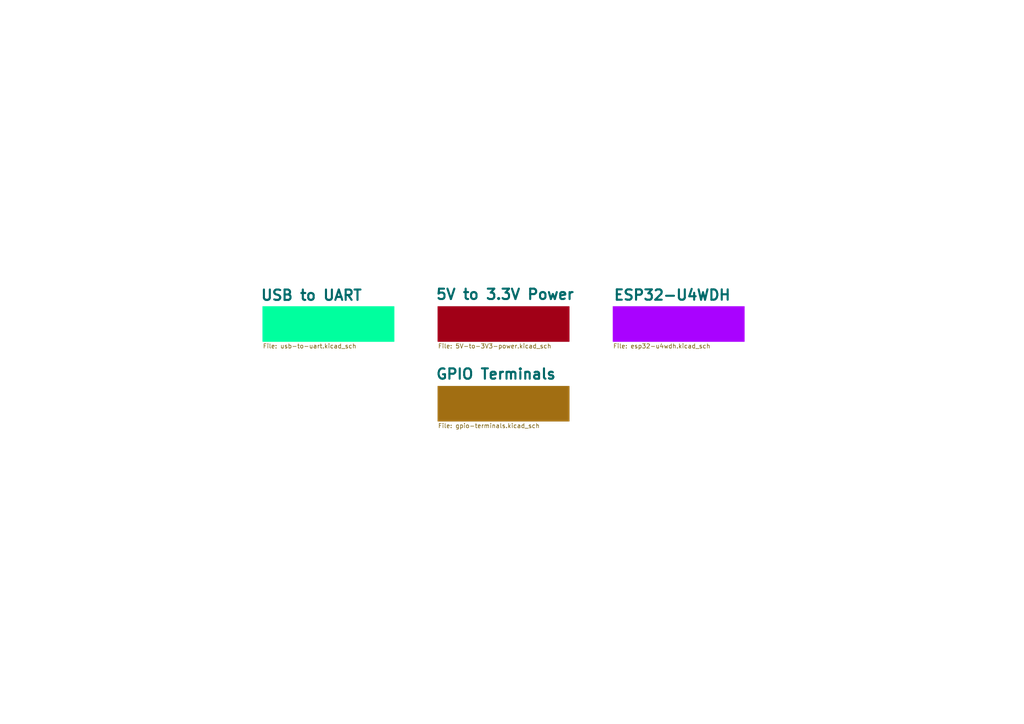
<source format=kicad_sch>
(kicad_sch (version 20211123) (generator eeschema)
  (paper "A4")
  (title_block (title "ESP32-LED-DRIVER") (comment 1 "Author: Tim Schmid"))
  (lib_symbols)
  (sheet (at 127 88.9) (size 38.1 10.16) (stroke (width 0.1524) (color 161 0 23 1)) (fill (color 161 0 23 1.0000))
    (property "Sheet name" "5V to 3.3V Power" (at 126.238 87.122 0) (effects (font (size 3 3) bold) (justify left bottom)))
    (property "Sheet file" "5V-to-3V3-power.kicad_sch" (at 127 99.6446 0) (effects (justify left top)))
  )
  (sheet (at 76.2 88.9) (size 38.1 10.16) (stroke (width 0.1524) (color 0 255 158 1)) (fill (color 0 255 158 1.0000))
    (property "Sheet name" "USB to UART " (at 75.438 87.376 0) (effects (font (size 3 3) bold) (justify left bottom)))
    (property "Sheet file" "usb-to-uart.kicad_sch" (at 76.2 99.6446 0) (effects (justify left top)))
  )
  (sheet (at 127 112.014) (size 38.1 10.16) (stroke (width 0.1524) (color 161 110 18 1)) (fill (color 161 110 18 1.0000))
    (property "Sheet name" "GPIO Terminals" (at 126.238 110.236 0) (effects (font (size 3 3) bold) (justify left bottom)))
    (property "Sheet file" "gpio-terminals.kicad_sch" (at 127 122.7586 0) (effects (justify left top)))
  )
  (sheet (at 177.8 88.9) (size 38.1 10.16) (stroke (width 0.1524) (color 169 2 255 1)) (fill (color 169 2 255 1.0000))
    (property "Sheet name" "ESP32-U4WDH" (at 177.8 87.3234 0) (effects (font (size 3 3) bold) (justify left bottom)))
    (property "Sheet file" "esp32-u4wdh.kicad_sch" (at 177.8 99.6446 0) (effects (justify left top)))
  )
)
</source>
